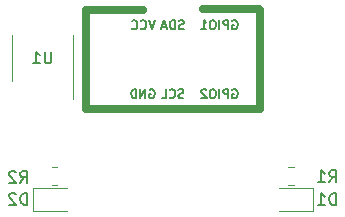
<source format=gbr>
%TF.GenerationSoftware,KiCad,Pcbnew,(6.0.4)*%
%TF.CreationDate,2022-04-09T22:58:28+02:00*%
%TF.ProjectId,cassette,63617373-6574-4746-952e-6b696361645f,rev?*%
%TF.SameCoordinates,Original*%
%TF.FileFunction,Legend,Bot*%
%TF.FilePolarity,Positive*%
%FSLAX46Y46*%
G04 Gerber Fmt 4.6, Leading zero omitted, Abs format (unit mm)*
G04 Created by KiCad (PCBNEW (6.0.4)) date 2022-04-09 22:58:28*
%MOMM*%
%LPD*%
G01*
G04 APERTURE LIST*
%ADD10C,0.150000*%
%ADD11C,0.700000*%
%ADD12C,0.120000*%
G04 APERTURE END LIST*
D10*
%TO.C,X1*%
X-1540000Y3204714D02*
X-1790000Y2454714D01*
X-2040000Y3204714D01*
X-2718571Y2526142D02*
X-2682857Y2490428D01*
X-2575714Y2454714D01*
X-2504285Y2454714D01*
X-2397142Y2490428D01*
X-2325714Y2561857D01*
X-2290000Y2633285D01*
X-2254285Y2776142D01*
X-2254285Y2883285D01*
X-2290000Y3026142D01*
X-2325714Y3097571D01*
X-2397142Y3169000D01*
X-2504285Y3204714D01*
X-2575714Y3204714D01*
X-2682857Y3169000D01*
X-2718571Y3133285D01*
X-3468571Y2526142D02*
X-3432857Y2490428D01*
X-3325714Y2454714D01*
X-3254285Y2454714D01*
X-3147142Y2490428D01*
X-3075714Y2561857D01*
X-3040000Y2633285D01*
X-3004285Y2776142D01*
X-3004285Y2883285D01*
X-3040000Y3026142D01*
X-3075714Y3097571D01*
X-3147142Y3169000D01*
X-3254285Y3204714D01*
X-3325714Y3204714D01*
X-3432857Y3169000D01*
X-3468571Y3133285D01*
X5044142Y-2673000D02*
X5115571Y-2637285D01*
X5222714Y-2637285D01*
X5329857Y-2673000D01*
X5401285Y-2744428D01*
X5437000Y-2815857D01*
X5472714Y-2958714D01*
X5472714Y-3065857D01*
X5437000Y-3208714D01*
X5401285Y-3280142D01*
X5329857Y-3351571D01*
X5222714Y-3387285D01*
X5151285Y-3387285D01*
X5044142Y-3351571D01*
X5008428Y-3315857D01*
X5008428Y-3065857D01*
X5151285Y-3065857D01*
X4687000Y-3387285D02*
X4687000Y-2637285D01*
X4401285Y-2637285D01*
X4329857Y-2673000D01*
X4294142Y-2708714D01*
X4258428Y-2780142D01*
X4258428Y-2887285D01*
X4294142Y-2958714D01*
X4329857Y-2994428D01*
X4401285Y-3030142D01*
X4687000Y-3030142D01*
X3937000Y-3387285D02*
X3937000Y-2637285D01*
X3437000Y-2637285D02*
X3294142Y-2637285D01*
X3222714Y-2673000D01*
X3151285Y-2744428D01*
X3115571Y-2887285D01*
X3115571Y-3137285D01*
X3151285Y-3280142D01*
X3222714Y-3351571D01*
X3294142Y-3387285D01*
X3437000Y-3387285D01*
X3508428Y-3351571D01*
X3579857Y-3280142D01*
X3615571Y-3137285D01*
X3615571Y-2887285D01*
X3579857Y-2744428D01*
X3508428Y-2673000D01*
X3437000Y-2637285D01*
X2829857Y-2708714D02*
X2794142Y-2673000D01*
X2722714Y-2637285D01*
X2544142Y-2637285D01*
X2472714Y-2673000D01*
X2437000Y-2708714D01*
X2401285Y-2780142D01*
X2401285Y-2851571D01*
X2437000Y-2958714D01*
X2865571Y-3387285D01*
X2401285Y-3387285D01*
X-1968571Y-2673000D02*
X-1897142Y-2637285D01*
X-1790000Y-2637285D01*
X-1682857Y-2673000D01*
X-1611428Y-2744428D01*
X-1575714Y-2815857D01*
X-1540000Y-2958714D01*
X-1540000Y-3065857D01*
X-1575714Y-3208714D01*
X-1611428Y-3280142D01*
X-1682857Y-3351571D01*
X-1790000Y-3387285D01*
X-1861428Y-3387285D01*
X-1968571Y-3351571D01*
X-2004285Y-3315857D01*
X-2004285Y-3065857D01*
X-1861428Y-3065857D01*
X-2325714Y-3387285D02*
X-2325714Y-2637285D01*
X-2754285Y-3387285D01*
X-2754285Y-2637285D01*
X-3111428Y-3387285D02*
X-3111428Y-2637285D01*
X-3290000Y-2637285D01*
X-3397142Y-2673000D01*
X-3468571Y-2744428D01*
X-3504285Y-2815857D01*
X-3540000Y-2958714D01*
X-3540000Y-3065857D01*
X-3504285Y-3208714D01*
X-3468571Y-3280142D01*
X-3397142Y-3351571D01*
X-3290000Y-3387285D01*
X-3111428Y-3387285D01*
X5044142Y3169000D02*
X5115571Y3204714D01*
X5222714Y3204714D01*
X5329857Y3169000D01*
X5401285Y3097571D01*
X5437000Y3026142D01*
X5472714Y2883285D01*
X5472714Y2776142D01*
X5437000Y2633285D01*
X5401285Y2561857D01*
X5329857Y2490428D01*
X5222714Y2454714D01*
X5151285Y2454714D01*
X5044142Y2490428D01*
X5008428Y2526142D01*
X5008428Y2776142D01*
X5151285Y2776142D01*
X4687000Y2454714D02*
X4687000Y3204714D01*
X4401285Y3204714D01*
X4329857Y3169000D01*
X4294142Y3133285D01*
X4258428Y3061857D01*
X4258428Y2954714D01*
X4294142Y2883285D01*
X4329857Y2847571D01*
X4401285Y2811857D01*
X4687000Y2811857D01*
X3937000Y2454714D02*
X3937000Y3204714D01*
X3437000Y3204714D02*
X3294142Y3204714D01*
X3222714Y3169000D01*
X3151285Y3097571D01*
X3115571Y2954714D01*
X3115571Y2704714D01*
X3151285Y2561857D01*
X3222714Y2490428D01*
X3294142Y2454714D01*
X3437000Y2454714D01*
X3508428Y2490428D01*
X3579857Y2561857D01*
X3615571Y2704714D01*
X3615571Y2954714D01*
X3579857Y3097571D01*
X3508428Y3169000D01*
X3437000Y3204714D01*
X2401285Y2454714D02*
X2829857Y2454714D01*
X2615571Y2454714D02*
X2615571Y3204714D01*
X2687000Y3097571D01*
X2758428Y3026142D01*
X2829857Y2990428D01*
X892857Y-3351571D02*
X785714Y-3387285D01*
X607142Y-3387285D01*
X535714Y-3351571D01*
X500000Y-3315857D01*
X464285Y-3244428D01*
X464285Y-3173000D01*
X500000Y-3101571D01*
X535714Y-3065857D01*
X607142Y-3030142D01*
X750000Y-2994428D01*
X821428Y-2958714D01*
X857142Y-2923000D01*
X892857Y-2851571D01*
X892857Y-2780142D01*
X857142Y-2708714D01*
X821428Y-2673000D01*
X750000Y-2637285D01*
X571428Y-2637285D01*
X464285Y-2673000D01*
X-285714Y-3315857D02*
X-249999Y-3351571D01*
X-142857Y-3387285D01*
X-71428Y-3387285D01*
X35714Y-3351571D01*
X107142Y-3280142D01*
X142857Y-3208714D01*
X178571Y-3065857D01*
X178571Y-2958714D01*
X142857Y-2815857D01*
X107142Y-2744428D01*
X35714Y-2673000D01*
X-71428Y-2637285D01*
X-142857Y-2637285D01*
X-249999Y-2673000D01*
X-285714Y-2708714D01*
X-964285Y-3387285D02*
X-607142Y-3387285D01*
X-607142Y-2637285D01*
X910714Y2490428D02*
X803571Y2454714D01*
X624999Y2454714D01*
X553571Y2490428D01*
X517857Y2526142D01*
X482142Y2597571D01*
X482142Y2669000D01*
X517857Y2740428D01*
X553571Y2776142D01*
X624999Y2811857D01*
X767857Y2847571D01*
X839285Y2883285D01*
X874999Y2919000D01*
X910714Y2990428D01*
X910714Y3061857D01*
X874999Y3133285D01*
X839285Y3169000D01*
X767857Y3204714D01*
X589285Y3204714D01*
X482142Y3169000D01*
X160714Y2454714D02*
X160714Y3204714D01*
X-17857Y3204714D01*
X-124999Y3169000D01*
X-196428Y3097571D01*
X-232142Y3026142D01*
X-267857Y2883285D01*
X-267857Y2776142D01*
X-232142Y2633285D01*
X-196428Y2561857D01*
X-124999Y2490428D01*
X-17857Y2454714D01*
X160714Y2454714D01*
X-553571Y2669000D02*
X-910714Y2669000D01*
X-482142Y2454714D02*
X-732142Y3204714D01*
X-982142Y2454714D01*
%TO.C,R2*%
X-12914333Y-10579380D02*
X-12581000Y-10103190D01*
X-12342904Y-10579380D02*
X-12342904Y-9579380D01*
X-12723857Y-9579380D01*
X-12819095Y-9627000D01*
X-12866714Y-9674619D01*
X-12914333Y-9769857D01*
X-12914333Y-9912714D01*
X-12866714Y-10007952D01*
X-12819095Y-10055571D01*
X-12723857Y-10103190D01*
X-12342904Y-10103190D01*
X-13295285Y-9674619D02*
X-13342904Y-9627000D01*
X-13438142Y-9579380D01*
X-13676238Y-9579380D01*
X-13771476Y-9627000D01*
X-13819095Y-9674619D01*
X-13866714Y-9769857D01*
X-13866714Y-9865095D01*
X-13819095Y-10007952D01*
X-13247666Y-10579380D01*
X-13866714Y-10579380D01*
%TO.C,D1*%
X13819095Y-12452380D02*
X13819095Y-11452380D01*
X13581000Y-11452380D01*
X13438142Y-11500000D01*
X13342904Y-11595238D01*
X13295285Y-11690476D01*
X13247666Y-11880952D01*
X13247666Y-12023809D01*
X13295285Y-12214285D01*
X13342904Y-12309523D01*
X13438142Y-12404761D01*
X13581000Y-12452380D01*
X13819095Y-12452380D01*
X12295285Y-12452380D02*
X12866714Y-12452380D01*
X12581000Y-12452380D02*
X12581000Y-11452380D01*
X12676238Y-11595238D01*
X12771476Y-11690476D01*
X12866714Y-11738095D01*
%TO.C,R1*%
X13247666Y-10517380D02*
X13581000Y-10041190D01*
X13819095Y-10517380D02*
X13819095Y-9517380D01*
X13438142Y-9517380D01*
X13342904Y-9565000D01*
X13295285Y-9612619D01*
X13247666Y-9707857D01*
X13247666Y-9850714D01*
X13295285Y-9945952D01*
X13342904Y-9993571D01*
X13438142Y-10041190D01*
X13819095Y-10041190D01*
X12295285Y-10517380D02*
X12866714Y-10517380D01*
X12581000Y-10517380D02*
X12581000Y-9517380D01*
X12676238Y-9660238D01*
X12771476Y-9755476D01*
X12866714Y-9803095D01*
%TO.C,D2*%
X-12342904Y-12422380D02*
X-12342904Y-11422380D01*
X-12581000Y-11422380D01*
X-12723857Y-11470000D01*
X-12819095Y-11565238D01*
X-12866714Y-11660476D01*
X-12914333Y-11850952D01*
X-12914333Y-11993809D01*
X-12866714Y-12184285D01*
X-12819095Y-12279523D01*
X-12723857Y-12374761D01*
X-12581000Y-12422380D01*
X-12342904Y-12422380D01*
X-13295285Y-11517619D02*
X-13342904Y-11470000D01*
X-13438142Y-11422380D01*
X-13676238Y-11422380D01*
X-13771476Y-11470000D01*
X-13819095Y-11517619D01*
X-13866714Y-11612857D01*
X-13866714Y-11708095D01*
X-13819095Y-11850952D01*
X-13247666Y-12422380D01*
X-13866714Y-12422380D01*
%TO.C,U1*%
X-10287095Y547619D02*
X-10287095Y-261904D01*
X-10334714Y-357142D01*
X-10382333Y-404761D01*
X-10477571Y-452380D01*
X-10668047Y-452380D01*
X-10763285Y-404761D01*
X-10810904Y-357142D01*
X-10858523Y-261904D01*
X-10858523Y547619D01*
X-11858523Y-452380D02*
X-11287095Y-452380D01*
X-11572809Y-452380D02*
X-11572809Y547619D01*
X-11477571Y404761D01*
X-11382333Y309523D01*
X-11287095Y261904D01*
D11*
%TO.C,X1*%
X-7366000Y-4318000D02*
X7366000Y-4318000D01*
X-2540000Y4064000D02*
X-7366000Y4064000D01*
X7366000Y-4318000D02*
X7366000Y4064000D01*
X7279640Y4114800D02*
X2540000Y4114800D01*
X-7366000Y4064000D02*
X-7366000Y-4318000D01*
D12*
%TO.C,R2*%
X-10227064Y-9265000D02*
X-9772936Y-9265000D01*
X-10227064Y-10735000D02*
X-9772936Y-10735000D01*
%TO.C,D1*%
X11860000Y-11040000D02*
X11860000Y-12960000D01*
X9000000Y-11040000D02*
X11860000Y-11040000D01*
X11860000Y-12960000D02*
X9000000Y-12960000D01*
%TO.C,R1*%
X10227064Y-9265000D02*
X9772936Y-9265000D01*
X10227064Y-10735000D02*
X9772936Y-10735000D01*
%TO.C,D2*%
X-11860000Y-12960000D02*
X-11860000Y-11040000D01*
X-9000000Y-12960000D02*
X-11860000Y-12960000D01*
X-11860000Y-11040000D02*
X-9000000Y-11040000D01*
%TO.C,U1*%
X-8489000Y0D02*
X-8489000Y-3450000D01*
X-8489000Y0D02*
X-8489000Y1950000D01*
X-13609000Y0D02*
X-13609000Y-1950000D01*
X-13609000Y0D02*
X-13609000Y1950000D01*
%TD*%
M02*

</source>
